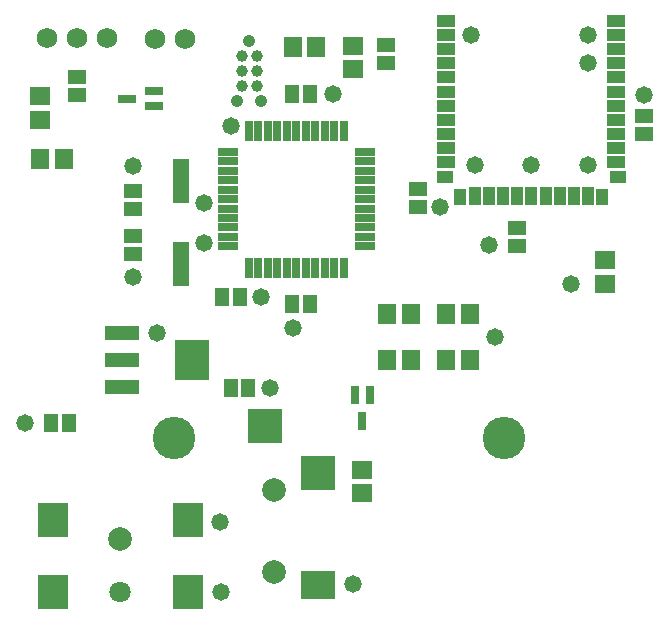
<source format=gts>
G04 Layer_Color=8388736*
%FSLAX44Y44*%
%MOMM*%
G71*
G01*
G75*
%ADD31C,3.6000*%
%ADD33C,2.0000*%
%ADD35C,1.8000*%
%ADD41R,2.9032X1.2032*%
%ADD42R,2.9032X3.5032*%
%ADD43R,1.3032X1.6032*%
%ADD44R,1.6032X1.3032*%
%ADD45C,0.9906*%
%ADD46R,1.6032X1.7032*%
%ADD47R,1.7032X1.6032*%
%ADD48R,1.4032X3.7032*%
%ADD49R,3.0032X3.0032*%
%ADD50R,3.0032X2.4032*%
%ADD51R,1.5032X0.8032*%
%ADD52R,0.8032X1.5032*%
%ADD53R,1.8032X0.8032*%
%ADD54R,0.8032X1.8032*%
%ADD55R,2.6032X3.0032*%
%ADD56R,1.6000X1.0000*%
%ADD57R,1.4000X1.0000*%
%ADD58R,1.0000X1.4000*%
%ADD59R,1.0000X1.6000*%
%ADD60C,1.0668*%
%ADD61C,1.7272*%
%ADD62C,1.4732*%
D31*
X423100Y148300D02*
D03*
X143100D02*
D03*
D33*
X228000Y105000D02*
D03*
Y35000D02*
D03*
X98000Y63000D02*
D03*
D35*
Y18000D02*
D03*
D41*
X99500Y238000D02*
D03*
Y215000D02*
D03*
Y192000D02*
D03*
D42*
X158500Y215000D02*
D03*
D43*
X258500Y262000D02*
D03*
X243500D02*
D03*
X206500Y191000D02*
D03*
X191500D02*
D03*
X39500Y161000D02*
D03*
X54500D02*
D03*
X184500Y268000D02*
D03*
X199500D02*
D03*
X243500Y440000D02*
D03*
X258500D02*
D03*
D44*
X323000Y481500D02*
D03*
Y466500D02*
D03*
X434000Y326500D02*
D03*
Y311500D02*
D03*
X61000Y439500D02*
D03*
Y454500D02*
D03*
X541000Y421500D02*
D03*
Y406500D02*
D03*
X350000Y344500D02*
D03*
Y359500D02*
D03*
X109000Y357500D02*
D03*
Y342500D02*
D03*
Y304500D02*
D03*
Y319500D02*
D03*
D45*
X213350Y459600D02*
D03*
X200650Y446900D02*
D03*
Y459600D02*
D03*
X213350Y472300D02*
D03*
X200650D02*
D03*
X213350Y446900D02*
D03*
D46*
X50000Y385000D02*
D03*
X30000D02*
D03*
X264000Y480000D02*
D03*
X244000D02*
D03*
X344000Y215000D02*
D03*
X324000D02*
D03*
X344000Y254000D02*
D03*
X324000D02*
D03*
X374000D02*
D03*
X394000D02*
D03*
X374000Y215000D02*
D03*
X394000D02*
D03*
D47*
X303000Y122000D02*
D03*
Y102000D02*
D03*
X508000Y299000D02*
D03*
Y279000D02*
D03*
X295000Y481000D02*
D03*
Y461000D02*
D03*
X30000Y418000D02*
D03*
Y438000D02*
D03*
D48*
X149000Y296000D02*
D03*
Y366000D02*
D03*
D49*
X220500Y159000D02*
D03*
X265000Y119000D02*
D03*
D50*
Y24000D02*
D03*
D51*
X103750Y436000D02*
D03*
X126250Y442500D02*
D03*
Y429500D02*
D03*
D52*
X303000Y162750D02*
D03*
X296500Y185250D02*
D03*
X309500D02*
D03*
D53*
X305000Y311000D02*
D03*
Y319000D02*
D03*
Y327000D02*
D03*
Y335000D02*
D03*
Y343000D02*
D03*
Y351000D02*
D03*
Y359000D02*
D03*
Y367000D02*
D03*
Y375000D02*
D03*
Y383000D02*
D03*
Y391000D02*
D03*
X189000D02*
D03*
Y383000D02*
D03*
Y375000D02*
D03*
Y367000D02*
D03*
Y359000D02*
D03*
Y351000D02*
D03*
Y343000D02*
D03*
Y335000D02*
D03*
Y327000D02*
D03*
Y319000D02*
D03*
Y311000D02*
D03*
D54*
X287000Y409000D02*
D03*
X279000D02*
D03*
X271000D02*
D03*
X263000D02*
D03*
X255000D02*
D03*
X247000D02*
D03*
X239000D02*
D03*
X231000D02*
D03*
X223000D02*
D03*
X215000D02*
D03*
X207000D02*
D03*
Y293000D02*
D03*
X215000D02*
D03*
X223000D02*
D03*
X231000D02*
D03*
X239000D02*
D03*
X247000D02*
D03*
X255000D02*
D03*
X263000D02*
D03*
X271000D02*
D03*
X279000D02*
D03*
X287000D02*
D03*
D55*
X41000Y18000D02*
D03*
Y79000D02*
D03*
X155000Y18000D02*
D03*
Y79000D02*
D03*
D56*
X374000Y502000D02*
D03*
Y490000D02*
D03*
Y478000D02*
D03*
Y466000D02*
D03*
Y454000D02*
D03*
Y442000D02*
D03*
Y430000D02*
D03*
Y418000D02*
D03*
Y406000D02*
D03*
Y394000D02*
D03*
Y382000D02*
D03*
X518000D02*
D03*
Y394000D02*
D03*
Y406000D02*
D03*
Y418000D02*
D03*
Y430000D02*
D03*
Y442000D02*
D03*
Y454000D02*
D03*
Y466000D02*
D03*
Y478000D02*
D03*
Y490000D02*
D03*
Y502000D02*
D03*
D57*
X373000Y370000D02*
D03*
X519000D02*
D03*
D58*
X386000Y353000D02*
D03*
X506000D02*
D03*
D59*
X398000Y354000D02*
D03*
X410000D02*
D03*
X422000D02*
D03*
X434000D02*
D03*
X446000D02*
D03*
X458000D02*
D03*
X470000D02*
D03*
X482000D02*
D03*
X494000D02*
D03*
D60*
X207000Y485000D02*
D03*
X217160Y434200D02*
D03*
X196840D02*
D03*
D61*
X126960Y486900D02*
D03*
X152360D02*
D03*
X86400Y487000D02*
D03*
X35600D02*
D03*
X61000D02*
D03*
D62*
X182000Y78000D02*
D03*
X183000Y18000D02*
D03*
X17000Y161000D02*
D03*
X192000Y413000D02*
D03*
X278000Y440000D02*
D03*
X398000Y379500D02*
D03*
X369000Y344000D02*
D03*
X295000Y25000D02*
D03*
X410000Y312000D02*
D03*
X109000Y285000D02*
D03*
Y379000D02*
D03*
X446000Y380000D02*
D03*
X395000Y490000D02*
D03*
X494000D02*
D03*
Y466000D02*
D03*
Y380000D02*
D03*
X169000Y314000D02*
D03*
Y348000D02*
D03*
X480000Y279000D02*
D03*
X541000Y439000D02*
D03*
X129000Y238000D02*
D03*
X225000Y191000D02*
D03*
X415000Y234000D02*
D03*
X244000Y242000D02*
D03*
X217000Y268000D02*
D03*
M02*

</source>
